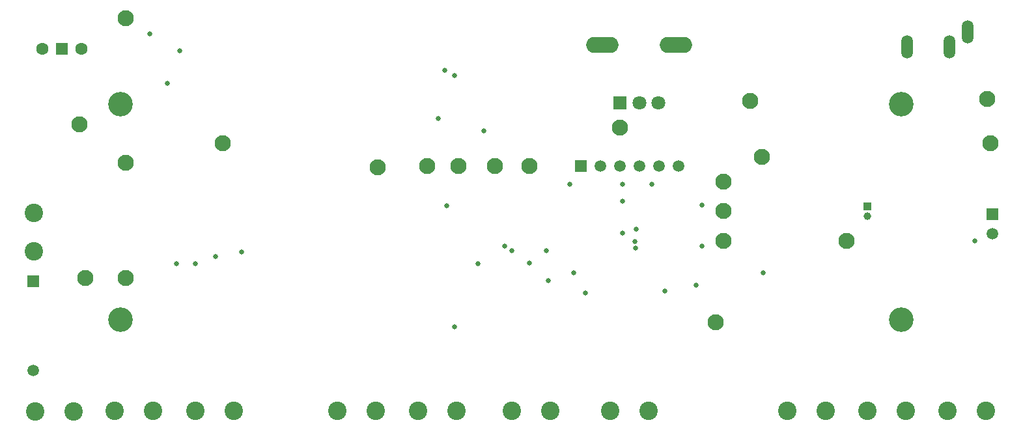
<source format=gbr>
%TF.GenerationSoftware,Altium Limited,Altium Designer,22.7.1 (60)*%
G04 Layer_Color=16711935*
%FSLAX43Y43*%
%MOMM*%
%TF.SameCoordinates,1608F762-6F3A-48E5-B14A-7665CB884DB8*%
%TF.FilePolarity,Negative*%
%TF.FileFunction,Soldermask,Bot*%
%TF.Part,Single*%
G01*
G75*
%TA.AperFunction,ComponentPad*%
%ADD31C,1.000*%
%ADD32R,1.000X1.000*%
%ADD33C,2.400*%
%ADD34C,2.100*%
%ADD35C,1.800*%
%ADD36R,1.800X1.800*%
%ADD37O,4.200X2.100*%
%ADD38C,1.500*%
%ADD39R,1.500X1.500*%
%ADD40O,1.508X3.016*%
%ADD41R,1.500X1.500*%
%ADD42C,1.600*%
%ADD43R,1.600X1.600*%
%TA.AperFunction,ViaPad*%
%ADD44C,3.200*%
%ADD45C,0.650*%
D31*
X111750Y27750D02*
D03*
D32*
Y29020D02*
D03*
D33*
X65445Y2413D02*
D03*
X70445D02*
D03*
X83300D02*
D03*
X78300D02*
D03*
X101319D02*
D03*
X106319D02*
D03*
X122087D02*
D03*
X127087D02*
D03*
X116731D02*
D03*
X111731D02*
D03*
X8469Y2365D02*
D03*
X3469D02*
D03*
X13796Y2413D02*
D03*
X18796D02*
D03*
X29365D02*
D03*
X24365D02*
D03*
X42775D02*
D03*
X47775D02*
D03*
X58253D02*
D03*
X53253D02*
D03*
X3300Y28200D02*
D03*
Y23200D02*
D03*
D34*
X92000Y14000D02*
D03*
X96500Y42750D02*
D03*
X15250Y34750D02*
D03*
X127250Y43000D02*
D03*
X15250Y53500D02*
D03*
X79500Y39250D02*
D03*
X54500Y34250D02*
D03*
X58500D02*
D03*
X63250D02*
D03*
X67750Y34250D02*
D03*
X98000Y35500D02*
D03*
X127750Y37250D02*
D03*
X109000Y24527D02*
D03*
X9250Y39750D02*
D03*
X15250Y19750D02*
D03*
X93000Y32250D02*
D03*
Y28407D02*
D03*
Y24527D02*
D03*
X10000Y19750D02*
D03*
X27865Y37250D02*
D03*
X48006Y34099D02*
D03*
D35*
X84540Y42500D02*
D03*
X82040D02*
D03*
D36*
X79540D02*
D03*
D37*
X86790Y50000D02*
D03*
X77290D02*
D03*
D38*
X3250Y7675D02*
D03*
X127987Y25514D02*
D03*
X76960Y34250D02*
D03*
X79500D02*
D03*
X82040D02*
D03*
X84580D02*
D03*
X87120D02*
D03*
D39*
X3250Y19325D02*
D03*
X127987Y28054D02*
D03*
D40*
X124750Y51750D02*
D03*
X122350Y49750D02*
D03*
X116850D02*
D03*
D41*
X74420Y34250D02*
D03*
D42*
X9540Y49500D02*
D03*
X4460D02*
D03*
D43*
X7000D02*
D03*
D44*
X116080Y14310D02*
D03*
Y42310D02*
D03*
X14580D02*
D03*
Y14310D02*
D03*
D45*
X18375Y51450D02*
D03*
X125700Y24525D02*
D03*
X65445Y23315D02*
D03*
X20675Y45075D02*
D03*
X56775Y46774D02*
D03*
X79883Y25590D02*
D03*
X58025Y46075D02*
D03*
X61850Y38850D02*
D03*
X55875Y40450D02*
D03*
X69977Y23315D02*
D03*
X98190Y20400D02*
D03*
X90170Y23876D02*
D03*
X89434Y18800D02*
D03*
X75057Y17780D02*
D03*
X61087Y21590D02*
D03*
X90170Y29210D02*
D03*
X79883Y31877D02*
D03*
X83693D02*
D03*
X73025D02*
D03*
X79883Y29718D02*
D03*
X81654Y26073D02*
D03*
X67750Y21705D02*
D03*
X64516Y23876D02*
D03*
X70200Y19417D02*
D03*
X57000Y29111D02*
D03*
X73500Y20400D02*
D03*
X81500Y24474D02*
D03*
X30353Y23114D02*
D03*
X81582Y23582D02*
D03*
X26924Y22479D02*
D03*
X24365Y21590D02*
D03*
X85380Y18000D02*
D03*
X21844Y21590D02*
D03*
X58039Y13335D02*
D03*
X22280Y49275D02*
D03*
%TF.MD5,ee0f9c43762f4a489305a75bfdc1ef16*%
M02*

</source>
